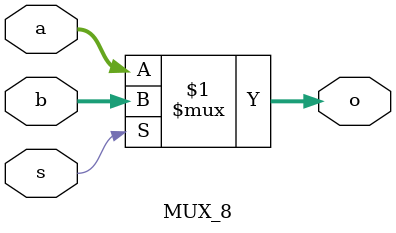
<source format=v>
`timescale 1ns/100ps
module MUX_8(a, b, s, o);

  input [7:0] a;
  input [7:0] b;
  input s;
  
  output [7:0] o;
  
  assign o = (s)?b:a;

endmodule

</source>
